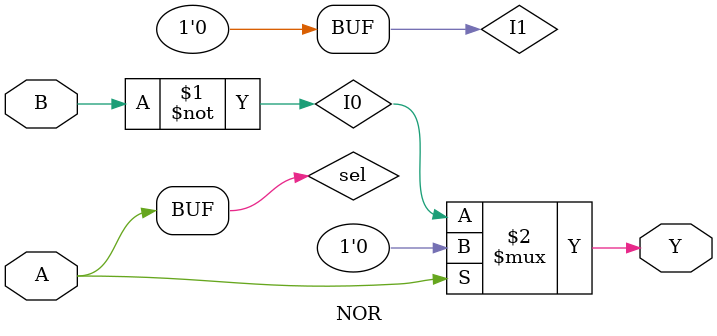
<source format=sv>
module NOR(
  input wire A, B,
  output reg Y
);
  wire I0, I1, sel;

  assign sel = A;
  assign I0 = ~B;
  assign I1 = 1'b0;

  assign Y = sel ? I1 : I0;

endmodule

</source>
